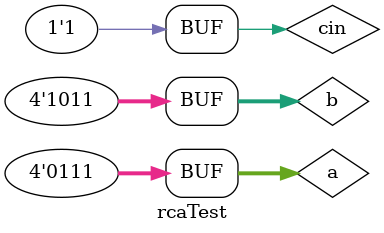
<source format=v>
`timescale 1ns / 1ps

module rcaTest();
    parameter n=4;
    reg [n-1:0] a, b;
    reg cin;
    wire [n-1:0] y;
    wire cout;
    wire final[n:0];

    rca #(.n(4)) UUTrca (
        .a(a),
        .b(b),
        .cin(cin),
        .y(y),
        .cout(cout)
    );

    initial begin
        a = 4'b0111;
        b = 4'b0101;
        cin = 0;
        #50;
        a = 4'b0111;
        b = 4'b1011;
        cin = 1;
    end
    // assign final = {cout, y[n-1:0]};
endmodule
    


</source>
